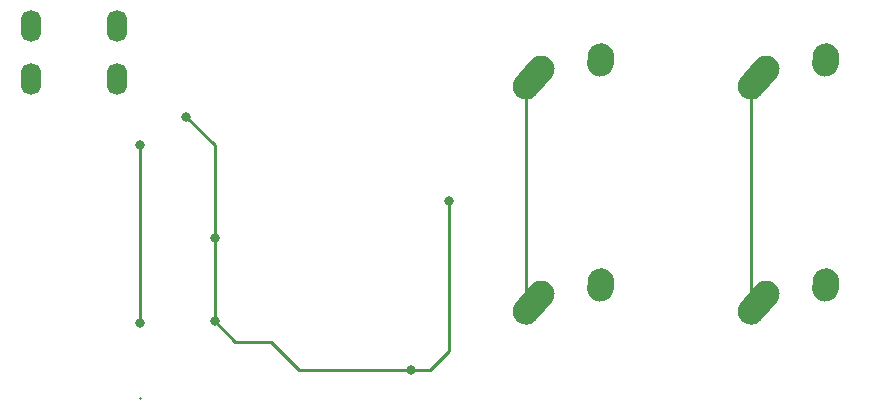
<source format=gtl>
%TF.GenerationSoftware,KiCad,Pcbnew,(5.1.10)-1*%
%TF.CreationDate,2021-09-07T16:31:46+07:00*%
%TF.ProjectId,trialkb,74726961-6c6b-4622-9e6b-696361645f70,rev?*%
%TF.SameCoordinates,Original*%
%TF.FileFunction,Copper,L1,Top*%
%TF.FilePolarity,Positive*%
%FSLAX46Y46*%
G04 Gerber Fmt 4.6, Leading zero omitted, Abs format (unit mm)*
G04 Created by KiCad (PCBNEW (5.1.10)-1) date 2021-09-07 16:31:46*
%MOMM*%
%LPD*%
G01*
G04 APERTURE LIST*
%TA.AperFunction,ComponentPad*%
%ADD10C,2.250000*%
%TD*%
%TA.AperFunction,ComponentPad*%
%ADD11O,1.700000X2.700000*%
%TD*%
%TA.AperFunction,ViaPad*%
%ADD12C,0.800000*%
%TD*%
%TA.AperFunction,Conductor*%
%ADD13C,0.254000*%
%TD*%
G04 APERTURE END LIST*
D10*
%TO.P,MX2,1*%
%TO.N,COL0*%
X70525000Y-70612500D03*
%TA.AperFunction,ComponentPad*%
G36*
G01*
X68463688Y-72909850D02*
X68463683Y-72909845D01*
G75*
G02*
X68377655Y-71321183I751317J837345D01*
G01*
X69687657Y-69861183D01*
G75*
G02*
X71276319Y-69775155I837345J-751317D01*
G01*
X71276319Y-69775155D01*
G75*
G02*
X71362347Y-71363817I-751317J-837345D01*
G01*
X70052345Y-72823817D01*
G75*
G02*
X68463683Y-72909845I-837345J751317D01*
G01*
G37*
%TD.AperFunction*%
%TO.P,MX2,2*%
%TO.N,Net-(D2-Pad2)*%
X75565000Y-69532500D03*
%TA.AperFunction,ComponentPad*%
G36*
G01*
X75448483Y-71234895D02*
X75447597Y-71234834D01*
G75*
G02*
X74402666Y-70035097I77403J1122334D01*
G01*
X74442666Y-69455097D01*
G75*
G02*
X75642403Y-68410166I1122334J-77403D01*
G01*
X75642403Y-68410166D01*
G75*
G02*
X76687334Y-69609903I-77403J-1122334D01*
G01*
X76647334Y-70189903D01*
G75*
G02*
X75447597Y-71234834I-1122334J77403D01*
G01*
G37*
%TD.AperFunction*%
%TD*%
D11*
%TO.P,USB1,6*%
%TO.N,Net-(USB1-Pad6)*%
X27306250Y-47887500D03*
X34606250Y-47887500D03*
X34606250Y-52387500D03*
X27306250Y-52387500D03*
%TD*%
D10*
%TO.P,MX4,1*%
%TO.N,COL1*%
X89575000Y-70612500D03*
%TA.AperFunction,ComponentPad*%
G36*
G01*
X87513688Y-72909850D02*
X87513683Y-72909845D01*
G75*
G02*
X87427655Y-71321183I751317J837345D01*
G01*
X88737657Y-69861183D01*
G75*
G02*
X90326319Y-69775155I837345J-751317D01*
G01*
X90326319Y-69775155D01*
G75*
G02*
X90412347Y-71363817I-751317J-837345D01*
G01*
X89102345Y-72823817D01*
G75*
G02*
X87513683Y-72909845I-837345J751317D01*
G01*
G37*
%TD.AperFunction*%
%TO.P,MX4,2*%
%TO.N,Net-(D4-Pad2)*%
X94615000Y-69532500D03*
%TA.AperFunction,ComponentPad*%
G36*
G01*
X94498483Y-71234895D02*
X94497597Y-71234834D01*
G75*
G02*
X93452666Y-70035097I77403J1122334D01*
G01*
X93492666Y-69455097D01*
G75*
G02*
X94692403Y-68410166I1122334J-77403D01*
G01*
X94692403Y-68410166D01*
G75*
G02*
X95737334Y-69609903I-77403J-1122334D01*
G01*
X95697334Y-70189903D01*
G75*
G02*
X94497597Y-71234834I-1122334J77403D01*
G01*
G37*
%TD.AperFunction*%
%TD*%
%TO.P,MX3,1*%
%TO.N,COL1*%
X89575000Y-51562500D03*
%TA.AperFunction,ComponentPad*%
G36*
G01*
X87513688Y-53859850D02*
X87513683Y-53859845D01*
G75*
G02*
X87427655Y-52271183I751317J837345D01*
G01*
X88737657Y-50811183D01*
G75*
G02*
X90326319Y-50725155I837345J-751317D01*
G01*
X90326319Y-50725155D01*
G75*
G02*
X90412347Y-52313817I-751317J-837345D01*
G01*
X89102345Y-53773817D01*
G75*
G02*
X87513683Y-53859845I-837345J751317D01*
G01*
G37*
%TD.AperFunction*%
%TO.P,MX3,2*%
%TO.N,Net-(D3-Pad2)*%
X94615000Y-50482500D03*
%TA.AperFunction,ComponentPad*%
G36*
G01*
X94498483Y-52184895D02*
X94497597Y-52184834D01*
G75*
G02*
X93452666Y-50985097I77403J1122334D01*
G01*
X93492666Y-50405097D01*
G75*
G02*
X94692403Y-49360166I1122334J-77403D01*
G01*
X94692403Y-49360166D01*
G75*
G02*
X95737334Y-50559903I-77403J-1122334D01*
G01*
X95697334Y-51139903D01*
G75*
G02*
X94497597Y-52184834I-1122334J77403D01*
G01*
G37*
%TD.AperFunction*%
%TD*%
%TO.P,MX1,1*%
%TO.N,COL0*%
X70525000Y-51562500D03*
%TA.AperFunction,ComponentPad*%
G36*
G01*
X68463688Y-53859850D02*
X68463683Y-53859845D01*
G75*
G02*
X68377655Y-52271183I751317J837345D01*
G01*
X69687657Y-50811183D01*
G75*
G02*
X71276319Y-50725155I837345J-751317D01*
G01*
X71276319Y-50725155D01*
G75*
G02*
X71362347Y-52313817I-751317J-837345D01*
G01*
X70052345Y-53773817D01*
G75*
G02*
X68463683Y-53859845I-837345J751317D01*
G01*
G37*
%TD.AperFunction*%
%TO.P,MX1,2*%
%TO.N,Net-(D1-Pad2)*%
X75565000Y-50482500D03*
%TA.AperFunction,ComponentPad*%
G36*
G01*
X75448483Y-52184895D02*
X75447597Y-52184834D01*
G75*
G02*
X74402666Y-50985097I77403J1122334D01*
G01*
X74442666Y-50405097D01*
G75*
G02*
X75642403Y-49360166I1122334J-77403D01*
G01*
X75642403Y-49360166D01*
G75*
G02*
X76687334Y-50559903I-77403J-1122334D01*
G01*
X76647334Y-51139903D01*
G75*
G02*
X75447597Y-52184834I-1122334J77403D01*
G01*
G37*
%TD.AperFunction*%
%TD*%
D12*
%TO.N,+5V*%
X62706250Y-62706250D03*
X59531250Y-76993750D03*
X42862500Y-72868750D03*
X42862500Y-65881250D03*
X40481250Y-55562500D03*
%TO.N,Net-(R3-Pad2)*%
X36512500Y-57943750D03*
X36512500Y-73025000D03*
%TD*%
D13*
%TO.N,+5V*%
X62706250Y-62706250D02*
X62706250Y-74612500D01*
X62706250Y-74612500D02*
X62706250Y-75406250D01*
X62706250Y-75406250D02*
X61118750Y-76993750D01*
X61118750Y-76993750D02*
X59531250Y-76993750D01*
X44606250Y-74612500D02*
X42862500Y-72868750D01*
X47625000Y-74612500D02*
X44606250Y-74612500D01*
X50006250Y-76993750D02*
X47625000Y-74612500D01*
X59531250Y-76993750D02*
X50006250Y-76993750D01*
X42862500Y-72868750D02*
X42862500Y-65881250D01*
X42862500Y-65881250D02*
X42862500Y-57943750D01*
X42862500Y-57943750D02*
X40481250Y-55562500D01*
%TO.N,COL0*%
X69215000Y-55403750D02*
X69215000Y-72072500D01*
X69215000Y-53022500D02*
X69215000Y-55403750D01*
%TO.N,COL1*%
X88265000Y-55403750D02*
X88265000Y-72072500D01*
X88265000Y-53022500D02*
X88265000Y-55403750D01*
%TO.N,Net-(R3-Pad2)*%
X36512500Y-79374999D02*
X36512500Y-79375000D01*
X36512500Y-57943750D02*
X36512500Y-73025000D01*
%TD*%
M02*

</source>
